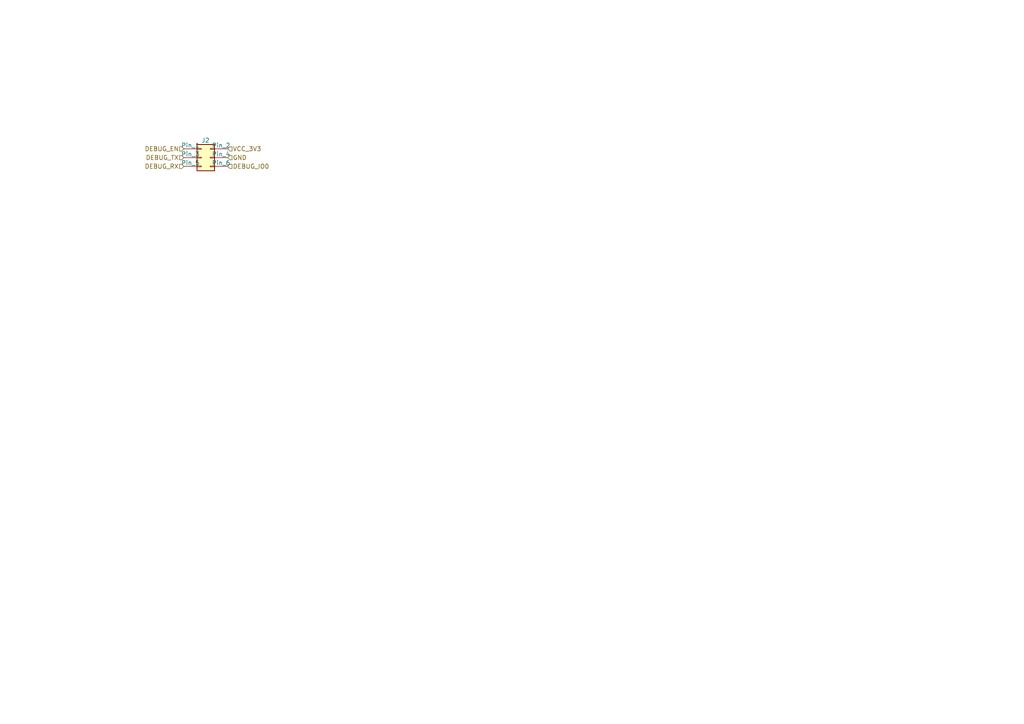
<source format=kicad_sch>
(kicad_sch (version 20250114) (generator "circuit_synth") (generator_version "9.0")
  (paper "A4")
  (lib_symbols
    (symbol "Connector_Generic:Conn_02x03_Odd_Even" (pin_numbers hide) (pin_names (offset 0))
      (property "Reference" "J" (at 0 0 0))
      (property "Value" "Conn_02x03_Odd_Even" (at 0 0 0))
      (symbol "Conn_02x03_Odd_Even_0_1"
        (rectangle (start -1.27 3.81) (end 3.81 -3.81) (stroke (width 0.254)) (fill (type background)))
        (rectangle (start -1.27 2.667) (end 0 2.413) (stroke (width 0.1524)))
        (rectangle (start -1.27 0.127) (end 0 -0.127) (stroke (width 0.1524)))
        (rectangle (start -1.27 -2.413) (end 0 -2.667) (stroke (width 0.1524)))
        (rectangle (start 3.81 2.667) (end 2.54 2.413) (stroke (width 0.1524)))
        (rectangle (start 3.81 0.127) (end 2.54 -0.127) (stroke (width 0.1524)))
        (rectangle (start 3.81 -2.413) (end 2.54 -2.667) (stroke (width 0.1524)))
      )
      (symbol "Conn_02x03_Odd_Even_1_1"
        (pin passive line (at -5.08 2.54 0) (length 3.81) (name "Pin_1") (number "1"))
        (pin passive line (at -5.08 0 0) (length 3.81) (name "Pin_3") (number "3"))
        (pin passive line (at -5.08 -2.54 0) (length 3.81) (name "Pin_5") (number "5"))
        (pin passive line (at 7.62 2.54 180) (length 3.81) (name "Pin_2") (number "2"))
        (pin passive line (at 7.62 0 180) (length 3.81) (name "Pin_4") (number "4"))
        (pin passive line (at 7.62 -2.54 180) (length 3.81) (name "Pin_6") (number "6"))
      )
    )
  )
  (symbol (lib_id "Connector_Generic:Conn_02x03_Odd_Even") (at 58.42 45.72 0) (unit 1)
    (property "Reference" "J2" (at 58.42 40.72 0) (effects (justify left)))
    (property "Footprint" "Connector_IDC:IDC-Header_2x03_P2.54mm_Vertical" (effects (hide yes)))
  )
  (hierarchical_label "DEBUG_EN" (shape input) (at 53.34 43.18 180))
  (hierarchical_label "DEBUG_TX" (shape input) (at 53.34 45.72 180))
  (hierarchical_label "DEBUG_RX" (shape input) (at 53.34 48.26 180))
  (hierarchical_label "VCC_3V3" (shape input) (at 66.04 43.18 0))
  (hierarchical_label "GND" (shape input) (at 66.04 45.72 0))
  (hierarchical_label "DEBUG_IO0" (shape input) (at 66.04 48.26 0))
)
</source>
